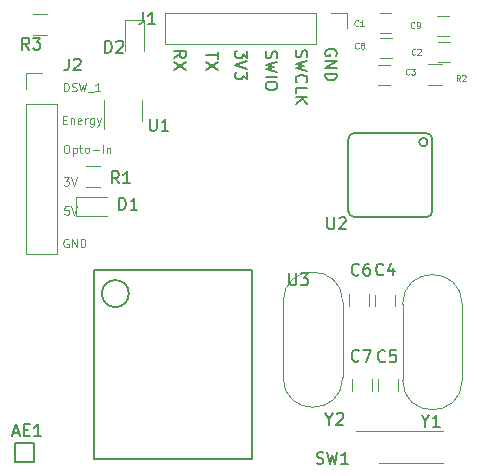
<source format=gto>
G04 #@! TF.GenerationSoftware,KiCad,Pcbnew,5.1.7-a382d34a8~88~ubuntu18.04.1*
G04 #@! TF.CreationDate,2021-09-05T00:01:39+05:30*
G04 #@! TF.ProjectId,FrontEnd_HeavyDevice_v2,46726f6e-7445-46e6-945f-486561767944,rev?*
G04 #@! TF.SameCoordinates,Original*
G04 #@! TF.FileFunction,Legend,Top*
G04 #@! TF.FilePolarity,Positive*
%FSLAX46Y46*%
G04 Gerber Fmt 4.6, Leading zero omitted, Abs format (unit mm)*
G04 Created by KiCad (PCBNEW 5.1.7-a382d34a8~88~ubuntu18.04.1) date 2021-09-05 00:01:39*
%MOMM*%
%LPD*%
G01*
G04 APERTURE LIST*
%ADD10C,0.100000*%
%ADD11C,0.150000*%
%ADD12C,0.120000*%
%ADD13C,0.050000*%
G04 APERTURE END LIST*
D10*
X100957446Y-99698060D02*
X100890780Y-99664726D01*
X100790780Y-99664726D01*
X100690780Y-99698060D01*
X100624113Y-99764726D01*
X100590780Y-99831393D01*
X100557446Y-99964726D01*
X100557446Y-100064726D01*
X100590780Y-100198060D01*
X100624113Y-100264726D01*
X100690780Y-100331393D01*
X100790780Y-100364726D01*
X100857446Y-100364726D01*
X100957446Y-100331393D01*
X100990780Y-100298060D01*
X100990780Y-100064726D01*
X100857446Y-100064726D01*
X101290780Y-100364726D02*
X101290780Y-99664726D01*
X101690780Y-100364726D01*
X101690780Y-99664726D01*
X102024113Y-100364726D02*
X102024113Y-99664726D01*
X102190780Y-99664726D01*
X102290780Y-99698060D01*
X102357446Y-99764726D01*
X102390780Y-99831393D01*
X102424113Y-99964726D01*
X102424113Y-100064726D01*
X102390780Y-100198060D01*
X102357446Y-100264726D01*
X102290780Y-100331393D01*
X102190780Y-100364726D01*
X102024113Y-100364726D01*
X100573906Y-94437406D02*
X101007240Y-94437406D01*
X100773906Y-94704073D01*
X100873906Y-94704073D01*
X100940573Y-94737406D01*
X100973906Y-94770740D01*
X101007240Y-94837406D01*
X101007240Y-95004073D01*
X100973906Y-95070740D01*
X100940573Y-95104073D01*
X100873906Y-95137406D01*
X100673906Y-95137406D01*
X100607240Y-95104073D01*
X100573906Y-95070740D01*
X101207240Y-94437406D02*
X101440573Y-95137406D01*
X101673906Y-94437406D01*
X101006926Y-96893586D02*
X100673593Y-96893586D01*
X100640260Y-97226920D01*
X100673593Y-97193586D01*
X100740260Y-97160253D01*
X100906926Y-97160253D01*
X100973593Y-97193586D01*
X101006926Y-97226920D01*
X101040260Y-97293586D01*
X101040260Y-97460253D01*
X101006926Y-97526920D01*
X100973593Y-97560253D01*
X100906926Y-97593586D01*
X100740260Y-97593586D01*
X100673593Y-97560253D01*
X100640260Y-97526920D01*
X101240260Y-96893586D02*
X101473593Y-97593586D01*
X101706926Y-96893586D01*
X100768853Y-91691666D02*
X100902186Y-91691666D01*
X100968853Y-91725000D01*
X101035520Y-91791666D01*
X101068853Y-91925000D01*
X101068853Y-92158333D01*
X101035520Y-92291666D01*
X100968853Y-92358333D01*
X100902186Y-92391666D01*
X100768853Y-92391666D01*
X100702186Y-92358333D01*
X100635520Y-92291666D01*
X100602186Y-92158333D01*
X100602186Y-91925000D01*
X100635520Y-91791666D01*
X100702186Y-91725000D01*
X100768853Y-91691666D01*
X101368853Y-91925000D02*
X101368853Y-92625000D01*
X101368853Y-91958333D02*
X101435520Y-91925000D01*
X101568853Y-91925000D01*
X101635520Y-91958333D01*
X101668853Y-91991666D01*
X101702186Y-92058333D01*
X101702186Y-92258333D01*
X101668853Y-92325000D01*
X101635520Y-92358333D01*
X101568853Y-92391666D01*
X101435520Y-92391666D01*
X101368853Y-92358333D01*
X101902186Y-91925000D02*
X102168853Y-91925000D01*
X102002186Y-91691666D02*
X102002186Y-92291666D01*
X102035520Y-92358333D01*
X102102186Y-92391666D01*
X102168853Y-92391666D01*
X102502186Y-92391666D02*
X102435520Y-92358333D01*
X102402186Y-92325000D01*
X102368853Y-92258333D01*
X102368853Y-92058333D01*
X102402186Y-91991666D01*
X102435520Y-91958333D01*
X102502186Y-91925000D01*
X102602186Y-91925000D01*
X102668853Y-91958333D01*
X102702186Y-91991666D01*
X102735520Y-92058333D01*
X102735520Y-92258333D01*
X102702186Y-92325000D01*
X102668853Y-92358333D01*
X102602186Y-92391666D01*
X102502186Y-92391666D01*
X103035520Y-92125000D02*
X103568853Y-92125000D01*
X103902186Y-92391666D02*
X103902186Y-91691666D01*
X104235520Y-91925000D02*
X104235520Y-92391666D01*
X104235520Y-91991666D02*
X104268853Y-91958333D01*
X104335520Y-91925000D01*
X104435520Y-91925000D01*
X104502186Y-91958333D01*
X104535520Y-92025000D01*
X104535520Y-92391666D01*
X100531173Y-89545960D02*
X100764506Y-89545960D01*
X100864506Y-89912626D02*
X100531173Y-89912626D01*
X100531173Y-89212626D01*
X100864506Y-89212626D01*
X101164506Y-89445960D02*
X101164506Y-89912626D01*
X101164506Y-89512626D02*
X101197840Y-89479293D01*
X101264506Y-89445960D01*
X101364506Y-89445960D01*
X101431173Y-89479293D01*
X101464506Y-89545960D01*
X101464506Y-89912626D01*
X102064506Y-89879293D02*
X101997840Y-89912626D01*
X101864506Y-89912626D01*
X101797840Y-89879293D01*
X101764506Y-89812626D01*
X101764506Y-89545960D01*
X101797840Y-89479293D01*
X101864506Y-89445960D01*
X101997840Y-89445960D01*
X102064506Y-89479293D01*
X102097840Y-89545960D01*
X102097840Y-89612626D01*
X101764506Y-89679293D01*
X102397840Y-89912626D02*
X102397840Y-89445960D01*
X102397840Y-89579293D02*
X102431173Y-89512626D01*
X102464506Y-89479293D01*
X102531173Y-89445960D01*
X102597840Y-89445960D01*
X103131173Y-89445960D02*
X103131173Y-90012626D01*
X103097840Y-90079293D01*
X103064506Y-90112626D01*
X102997840Y-90145960D01*
X102897840Y-90145960D01*
X102831173Y-90112626D01*
X103131173Y-89879293D02*
X103064506Y-89912626D01*
X102931173Y-89912626D01*
X102864506Y-89879293D01*
X102831173Y-89845960D01*
X102797840Y-89779293D01*
X102797840Y-89579293D01*
X102831173Y-89512626D01*
X102864506Y-89479293D01*
X102931173Y-89445960D01*
X103064506Y-89445960D01*
X103131173Y-89479293D01*
X103397840Y-89445960D02*
X103564506Y-89912626D01*
X103731173Y-89445960D02*
X103564506Y-89912626D01*
X103497840Y-90079293D01*
X103464506Y-90112626D01*
X103397840Y-90145960D01*
X100606573Y-87141486D02*
X100606573Y-86441486D01*
X100773240Y-86441486D01*
X100873240Y-86474820D01*
X100939906Y-86541486D01*
X100973240Y-86608153D01*
X101006573Y-86741486D01*
X101006573Y-86841486D01*
X100973240Y-86974820D01*
X100939906Y-87041486D01*
X100873240Y-87108153D01*
X100773240Y-87141486D01*
X100606573Y-87141486D01*
X101273240Y-87108153D02*
X101373240Y-87141486D01*
X101539906Y-87141486D01*
X101606573Y-87108153D01*
X101639906Y-87074820D01*
X101673240Y-87008153D01*
X101673240Y-86941486D01*
X101639906Y-86874820D01*
X101606573Y-86841486D01*
X101539906Y-86808153D01*
X101406573Y-86774820D01*
X101339906Y-86741486D01*
X101306573Y-86708153D01*
X101273240Y-86641486D01*
X101273240Y-86574820D01*
X101306573Y-86508153D01*
X101339906Y-86474820D01*
X101406573Y-86441486D01*
X101573240Y-86441486D01*
X101673240Y-86474820D01*
X101906573Y-86441486D02*
X102073240Y-87141486D01*
X102206573Y-86641486D01*
X102339906Y-87141486D01*
X102506573Y-86441486D01*
X102606573Y-87208153D02*
X103139906Y-87208153D01*
X103673240Y-87141486D02*
X103273240Y-87141486D01*
X103473240Y-87141486D02*
X103473240Y-86441486D01*
X103406573Y-86541486D01*
X103339906Y-86608153D01*
X103273240Y-86641486D01*
D11*
X109918239Y-84311193D02*
X110394429Y-83977860D01*
X109918239Y-83739764D02*
X110918239Y-83739764D01*
X110918239Y-84120717D01*
X110870620Y-84215955D01*
X110823000Y-84263574D01*
X110727762Y-84311193D01*
X110584905Y-84311193D01*
X110489667Y-84263574D01*
X110442048Y-84215955D01*
X110394429Y-84120717D01*
X110394429Y-83739764D01*
X110918239Y-84644526D02*
X109918239Y-85311193D01*
X110918239Y-85311193D02*
X109918239Y-84644526D01*
X113641119Y-83832795D02*
X113641119Y-84404223D01*
X112641119Y-84118509D02*
X113641119Y-84118509D01*
X113641119Y-84642319D02*
X112641119Y-85308985D01*
X113641119Y-85308985D02*
X112641119Y-84642319D01*
X116120159Y-83719824D02*
X116120159Y-84338872D01*
X115739206Y-84005539D01*
X115739206Y-84148396D01*
X115691587Y-84243634D01*
X115643968Y-84291253D01*
X115548730Y-84338872D01*
X115310635Y-84338872D01*
X115215397Y-84291253D01*
X115167778Y-84243634D01*
X115120159Y-84148396D01*
X115120159Y-83862681D01*
X115167778Y-83767443D01*
X115215397Y-83719824D01*
X116120159Y-84624586D02*
X115120159Y-84957920D01*
X116120159Y-85291253D01*
X116120159Y-85529348D02*
X116120159Y-86148396D01*
X115739206Y-85815062D01*
X115739206Y-85957920D01*
X115691587Y-86053158D01*
X115643968Y-86100777D01*
X115548730Y-86148396D01*
X115310635Y-86148396D01*
X115215397Y-86100777D01*
X115167778Y-86053158D01*
X115120159Y-85957920D01*
X115120159Y-85672205D01*
X115167778Y-85576967D01*
X115215397Y-85529348D01*
X120263018Y-83689155D02*
X120215399Y-83832012D01*
X120215399Y-84070107D01*
X120263018Y-84165345D01*
X120310637Y-84212964D01*
X120405875Y-84260583D01*
X120501113Y-84260583D01*
X120596351Y-84212964D01*
X120643970Y-84165345D01*
X120691589Y-84070107D01*
X120739208Y-83879631D01*
X120786827Y-83784393D01*
X120834446Y-83736774D01*
X120929684Y-83689155D01*
X121024922Y-83689155D01*
X121120160Y-83736774D01*
X121167780Y-83784393D01*
X121215399Y-83879631D01*
X121215399Y-84117726D01*
X121167780Y-84260583D01*
X121215399Y-84593917D02*
X120215399Y-84832012D01*
X120929684Y-85022488D01*
X120215399Y-85212964D01*
X121215399Y-85451060D01*
X120310637Y-86403440D02*
X120263018Y-86355821D01*
X120215399Y-86212964D01*
X120215399Y-86117726D01*
X120263018Y-85974869D01*
X120358256Y-85879631D01*
X120453494Y-85832012D01*
X120643970Y-85784393D01*
X120786827Y-85784393D01*
X120977303Y-85832012D01*
X121072541Y-85879631D01*
X121167780Y-85974869D01*
X121215399Y-86117726D01*
X121215399Y-86212964D01*
X121167780Y-86355821D01*
X121120160Y-86403440D01*
X120215399Y-87308202D02*
X120215399Y-86832012D01*
X121215399Y-86832012D01*
X120215399Y-87641536D02*
X121215399Y-87641536D01*
X120215399Y-88212964D02*
X120786827Y-87784393D01*
X121215399Y-88212964D02*
X120643970Y-87641536D01*
X117720478Y-83778292D02*
X117672859Y-83921149D01*
X117672859Y-84159244D01*
X117720478Y-84254482D01*
X117768097Y-84302101D01*
X117863335Y-84349720D01*
X117958573Y-84349720D01*
X118053811Y-84302101D01*
X118101430Y-84254482D01*
X118149049Y-84159244D01*
X118196668Y-83968768D01*
X118244287Y-83873530D01*
X118291906Y-83825911D01*
X118387144Y-83778292D01*
X118482382Y-83778292D01*
X118577620Y-83825911D01*
X118625240Y-83873530D01*
X118672859Y-83968768D01*
X118672859Y-84206863D01*
X118625240Y-84349720D01*
X118672859Y-84683054D02*
X117672859Y-84921149D01*
X118387144Y-85111625D01*
X117672859Y-85302101D01*
X118672859Y-85540197D01*
X117672859Y-85921149D02*
X118672859Y-85921149D01*
X118672859Y-86587816D02*
X118672859Y-86778292D01*
X118625240Y-86873530D01*
X118530001Y-86968768D01*
X118339525Y-87016387D01*
X118006192Y-87016387D01*
X117815716Y-86968768D01*
X117720478Y-86873530D01*
X117672859Y-86778292D01*
X117672859Y-86587816D01*
X117720478Y-86492578D01*
X117815716Y-86397340D01*
X118006192Y-86349720D01*
X118339525Y-86349720D01*
X118530001Y-86397340D01*
X118625240Y-86492578D01*
X118672859Y-86587816D01*
X123656980Y-84124895D02*
X123704599Y-84029657D01*
X123704599Y-83886800D01*
X123656980Y-83743942D01*
X123561741Y-83648704D01*
X123466503Y-83601085D01*
X123276027Y-83553466D01*
X123133170Y-83553466D01*
X122942694Y-83601085D01*
X122847456Y-83648704D01*
X122752218Y-83743942D01*
X122704599Y-83886800D01*
X122704599Y-83982038D01*
X122752218Y-84124895D01*
X122799837Y-84172514D01*
X123133170Y-84172514D01*
X123133170Y-83982038D01*
X122704599Y-84601085D02*
X123704599Y-84601085D01*
X122704599Y-85172514D01*
X123704599Y-85172514D01*
X122704599Y-85648704D02*
X123704599Y-85648704D01*
X123704599Y-85886800D01*
X123656980Y-86029657D01*
X123561741Y-86124895D01*
X123466503Y-86172514D01*
X123276027Y-86220133D01*
X123133170Y-86220133D01*
X122942694Y-86172514D01*
X122847456Y-86124895D01*
X122752218Y-86029657D01*
X122704599Y-85886800D01*
X122704599Y-85648704D01*
D12*
X97380000Y-100950000D02*
X100040000Y-100950000D01*
X97380000Y-88190000D02*
X97380000Y-100950000D01*
X100040000Y-88190000D02*
X100040000Y-100950000D01*
X97380000Y-88190000D02*
X100040000Y-88190000D01*
X97380000Y-86920000D02*
X97380000Y-85590000D01*
X97380000Y-85590000D02*
X98710000Y-85590000D01*
X124553000Y-80503700D02*
X124553000Y-81833700D01*
X123223000Y-80503700D02*
X124553000Y-80503700D01*
X121953000Y-80503700D02*
X121953000Y-83163700D01*
X121953000Y-83163700D02*
X109193000Y-83163700D01*
X121953000Y-80503700D02*
X109193000Y-80503700D01*
X109193000Y-80503700D02*
X109193000Y-83163700D01*
D11*
X131393210Y-91450200D02*
G75*
G03*
X131393210Y-91450200I-359210J0D01*
G01*
X131796000Y-97292200D02*
X131796000Y-91196200D01*
X125192000Y-97800200D02*
X131288000Y-97800200D01*
X124684000Y-91196200D02*
X124684000Y-97292200D01*
X131288000Y-90688200D02*
X125192000Y-90688200D01*
X124684000Y-97292200D02*
G75*
G03*
X125192000Y-97800200I508000J0D01*
G01*
X125192000Y-90688200D02*
G75*
G03*
X124684000Y-91196200I0J-508000D01*
G01*
X131288000Y-97800200D02*
G75*
G03*
X131796000Y-97292200I0J508000D01*
G01*
X131796000Y-91196200D02*
G75*
G03*
X131288000Y-90688200I-508000J0D01*
G01*
X96487100Y-118504000D02*
X96487100Y-116904000D01*
X98087100Y-118504000D02*
X96487100Y-118504000D01*
X98087100Y-116904000D02*
X98087100Y-118504000D01*
X96487100Y-116904000D02*
X98087100Y-116904000D01*
D12*
X127331000Y-82250000D02*
X128331000Y-82250000D01*
X128331000Y-80550000D02*
X127331000Y-80550000D01*
X132268000Y-84650000D02*
X133268000Y-84650000D01*
X133268000Y-82950000D02*
X132268000Y-82950000D01*
X128198000Y-84882600D02*
X127198000Y-84882600D01*
X127198000Y-86582600D02*
X128198000Y-86582600D01*
X126925000Y-104359000D02*
X126925000Y-105359000D01*
X128625000Y-105359000D02*
X128625000Y-104359000D01*
X128924000Y-112491000D02*
X128924000Y-111491000D01*
X127224000Y-111491000D02*
X127224000Y-112491000D01*
X124715000Y-104316000D02*
X124715000Y-105316000D01*
X126415000Y-105316000D02*
X126415000Y-104316000D01*
X124982000Y-111491000D02*
X124982000Y-112491000D01*
X126682000Y-112491000D02*
X126682000Y-111491000D01*
X128400000Y-82650000D02*
X127400000Y-82650000D01*
X127400000Y-84350000D02*
X128400000Y-84350000D01*
X133164000Y-80750000D02*
X132164000Y-80750000D01*
X132164000Y-82450000D02*
X133164000Y-82450000D01*
X101659000Y-96075600D02*
X104259000Y-96075600D01*
X101659000Y-97675600D02*
X104259000Y-97675600D01*
X101659000Y-96075600D02*
X101659000Y-97675600D01*
X107400000Y-81127800D02*
X105800000Y-81127800D01*
X105800000Y-81127800D02*
X105800000Y-83727800D01*
X107400000Y-81127800D02*
X107400000Y-83727800D01*
X103683000Y-95238500D02*
X102483000Y-95238500D01*
X102483000Y-93478500D02*
X103683000Y-93478500D01*
X131439000Y-84857700D02*
X132639000Y-84857700D01*
X132639000Y-86617700D02*
X131439000Y-86617700D01*
X97980000Y-80620000D02*
X99180000Y-80620000D01*
X99180000Y-82380000D02*
X97980000Y-82380000D01*
X125344000Y-115952000D02*
X132654000Y-115952000D01*
X127254000Y-118612000D02*
X132654000Y-118612000D01*
X107213000Y-89652700D02*
X107213000Y-87852700D01*
X103993000Y-87852700D02*
X103993000Y-90302700D01*
D11*
X116555000Y-118269000D02*
X103155000Y-118279000D01*
X116555000Y-102279000D02*
X116555000Y-118269000D01*
X103155000Y-102279000D02*
X116555000Y-102279000D01*
X103155000Y-118279000D02*
X103155000Y-102279000D01*
X106095175Y-104279000D02*
G75*
G03*
X106095175Y-104279000I-1140175J0D01*
G01*
D12*
X129271000Y-105191000D02*
X129271000Y-111591000D01*
X134321000Y-105191000D02*
X134321000Y-111591000D01*
X129271000Y-105191000D02*
G75*
G02*
X134321000Y-105191000I2525000J0D01*
G01*
X129271000Y-111591000D02*
G75*
G03*
X134321000Y-111591000I2525000J0D01*
G01*
X124201000Y-104978000D02*
X124201000Y-111378000D01*
X119151000Y-104978000D02*
X119151000Y-111378000D01*
X119151000Y-111378000D02*
G75*
G03*
X124201000Y-111378000I2525000J0D01*
G01*
X119151000Y-104978000D02*
G75*
G02*
X124201000Y-104978000I2525000J0D01*
G01*
D11*
X101012666Y-84384900D02*
X101012666Y-85099186D01*
X100965047Y-85242043D01*
X100869809Y-85337281D01*
X100726952Y-85384900D01*
X100631714Y-85384900D01*
X101441238Y-84480139D02*
X101488857Y-84432520D01*
X101584095Y-84384900D01*
X101822190Y-84384900D01*
X101917428Y-84432520D01*
X101965047Y-84480139D01*
X102012666Y-84575377D01*
X102012666Y-84670615D01*
X101965047Y-84813472D01*
X101393619Y-85384900D01*
X102012666Y-85384900D01*
X107309306Y-80455500D02*
X107309306Y-81169786D01*
X107261687Y-81312643D01*
X107166449Y-81407881D01*
X107023592Y-81455500D01*
X106928354Y-81455500D01*
X108309306Y-81455500D02*
X107737878Y-81455500D01*
X108023592Y-81455500D02*
X108023592Y-80455500D01*
X107928354Y-80598358D01*
X107833116Y-80693596D01*
X107737878Y-80741215D01*
X122906115Y-97819000D02*
X122906115Y-98628524D01*
X122953734Y-98723762D01*
X123001353Y-98771381D01*
X123096591Y-98819000D01*
X123287067Y-98819000D01*
X123382305Y-98771381D01*
X123429924Y-98723762D01*
X123477543Y-98628524D01*
X123477543Y-97819000D01*
X123906115Y-97914239D02*
X123953734Y-97866620D01*
X124048972Y-97819000D01*
X124287067Y-97819000D01*
X124382305Y-97866620D01*
X124429924Y-97914239D01*
X124477543Y-98009477D01*
X124477543Y-98104715D01*
X124429924Y-98247572D01*
X123858496Y-98819000D01*
X124477543Y-98819000D01*
X96321093Y-116046946D02*
X96797283Y-116046946D01*
X96225855Y-116332660D02*
X96559188Y-115332660D01*
X96892521Y-116332660D01*
X97225855Y-115808851D02*
X97559188Y-115808851D01*
X97702045Y-116332660D02*
X97225855Y-116332660D01*
X97225855Y-115332660D01*
X97702045Y-115332660D01*
X98654426Y-116332660D02*
X98082998Y-116332660D01*
X98368712Y-116332660D02*
X98368712Y-115332660D01*
X98273474Y-115475518D01*
X98178236Y-115570756D01*
X98082998Y-115618375D01*
D13*
X125511966Y-81583691D02*
X125488157Y-81607500D01*
X125416728Y-81631310D01*
X125369109Y-81631310D01*
X125297680Y-81607500D01*
X125250061Y-81559881D01*
X125226252Y-81512262D01*
X125202442Y-81417024D01*
X125202442Y-81345596D01*
X125226252Y-81250358D01*
X125250061Y-81202739D01*
X125297680Y-81155120D01*
X125369109Y-81131310D01*
X125416728Y-81131310D01*
X125488157Y-81155120D01*
X125511966Y-81178929D01*
X125988157Y-81631310D02*
X125702442Y-81631310D01*
X125845300Y-81631310D02*
X125845300Y-81131310D01*
X125797680Y-81202739D01*
X125750061Y-81250358D01*
X125702442Y-81274167D01*
X130340246Y-83996351D02*
X130316437Y-84020160D01*
X130245008Y-84043970D01*
X130197389Y-84043970D01*
X130125960Y-84020160D01*
X130078341Y-83972541D01*
X130054532Y-83924922D01*
X130030722Y-83829684D01*
X130030722Y-83758256D01*
X130054532Y-83663018D01*
X130078341Y-83615399D01*
X130125960Y-83567780D01*
X130197389Y-83543970D01*
X130245008Y-83543970D01*
X130316437Y-83567780D01*
X130340246Y-83591589D01*
X130530722Y-83591589D02*
X130554532Y-83567780D01*
X130602151Y-83543970D01*
X130721199Y-83543970D01*
X130768818Y-83567780D01*
X130792627Y-83591589D01*
X130816437Y-83639208D01*
X130816437Y-83686827D01*
X130792627Y-83758256D01*
X130506913Y-84043970D01*
X130816437Y-84043970D01*
X129839706Y-85697811D02*
X129815897Y-85721620D01*
X129744468Y-85745430D01*
X129696849Y-85745430D01*
X129625420Y-85721620D01*
X129577801Y-85674001D01*
X129553992Y-85626382D01*
X129530182Y-85531144D01*
X129530182Y-85459716D01*
X129553992Y-85364478D01*
X129577801Y-85316859D01*
X129625420Y-85269240D01*
X129696849Y-85245430D01*
X129744468Y-85245430D01*
X129815897Y-85269240D01*
X129839706Y-85293049D01*
X130006373Y-85245430D02*
X130315897Y-85245430D01*
X130149230Y-85435906D01*
X130220659Y-85435906D01*
X130268278Y-85459716D01*
X130292087Y-85483525D01*
X130315897Y-85531144D01*
X130315897Y-85650192D01*
X130292087Y-85697811D01*
X130268278Y-85721620D01*
X130220659Y-85745430D01*
X130077801Y-85745430D01*
X130030182Y-85721620D01*
X130006373Y-85697811D01*
D11*
X127643893Y-102643122D02*
X127596274Y-102690741D01*
X127453417Y-102738360D01*
X127358179Y-102738360D01*
X127215321Y-102690741D01*
X127120083Y-102595503D01*
X127072464Y-102500265D01*
X127024845Y-102309789D01*
X127024845Y-102166932D01*
X127072464Y-101976456D01*
X127120083Y-101881218D01*
X127215321Y-101785980D01*
X127358179Y-101738360D01*
X127453417Y-101738360D01*
X127596274Y-101785980D01*
X127643893Y-101833599D01*
X128501036Y-102071694D02*
X128501036Y-102738360D01*
X128262940Y-101690741D02*
X128024845Y-102405027D01*
X128643893Y-102405027D01*
X127793033Y-109985942D02*
X127745414Y-110033561D01*
X127602557Y-110081180D01*
X127507319Y-110081180D01*
X127364461Y-110033561D01*
X127269223Y-109938323D01*
X127221604Y-109843085D01*
X127173985Y-109652609D01*
X127173985Y-109509752D01*
X127221604Y-109319276D01*
X127269223Y-109224038D01*
X127364461Y-109128800D01*
X127507319Y-109081180D01*
X127602557Y-109081180D01*
X127745414Y-109128800D01*
X127793033Y-109176419D01*
X128697795Y-109081180D02*
X128221604Y-109081180D01*
X128173985Y-109557371D01*
X128221604Y-109509752D01*
X128316842Y-109462133D01*
X128554938Y-109462133D01*
X128650176Y-109509752D01*
X128697795Y-109557371D01*
X128745414Y-109652609D01*
X128745414Y-109890704D01*
X128697795Y-109985942D01*
X128650176Y-110033561D01*
X128554938Y-110081180D01*
X128316842Y-110081180D01*
X128221604Y-110033561D01*
X128173985Y-109985942D01*
X125576133Y-102661082D02*
X125528514Y-102708701D01*
X125385657Y-102756320D01*
X125290419Y-102756320D01*
X125147561Y-102708701D01*
X125052323Y-102613463D01*
X125004704Y-102518225D01*
X124957085Y-102327749D01*
X124957085Y-102184892D01*
X125004704Y-101994416D01*
X125052323Y-101899178D01*
X125147561Y-101803940D01*
X125290419Y-101756320D01*
X125385657Y-101756320D01*
X125528514Y-101803940D01*
X125576133Y-101851559D01*
X126433276Y-101756320D02*
X126242800Y-101756320D01*
X126147561Y-101803940D01*
X126099942Y-101851559D01*
X126004704Y-101994416D01*
X125957085Y-102184892D01*
X125957085Y-102565844D01*
X126004704Y-102661082D01*
X126052323Y-102708701D01*
X126147561Y-102756320D01*
X126338038Y-102756320D01*
X126433276Y-102708701D01*
X126480895Y-102661082D01*
X126528514Y-102565844D01*
X126528514Y-102327749D01*
X126480895Y-102232511D01*
X126433276Y-102184892D01*
X126338038Y-102137273D01*
X126147561Y-102137273D01*
X126052323Y-102184892D01*
X126004704Y-102232511D01*
X125957085Y-102327749D01*
X125571133Y-109932522D02*
X125523514Y-109980141D01*
X125380657Y-110027760D01*
X125285419Y-110027760D01*
X125142561Y-109980141D01*
X125047323Y-109884903D01*
X124999704Y-109789665D01*
X124952085Y-109599189D01*
X124952085Y-109456332D01*
X124999704Y-109265856D01*
X125047323Y-109170618D01*
X125142561Y-109075380D01*
X125285419Y-109027760D01*
X125380657Y-109027760D01*
X125523514Y-109075380D01*
X125571133Y-109122999D01*
X125904466Y-109027760D02*
X126571133Y-109027760D01*
X126142561Y-110027760D01*
D13*
X125545906Y-83493151D02*
X125522097Y-83516960D01*
X125450668Y-83540770D01*
X125403049Y-83540770D01*
X125331620Y-83516960D01*
X125284001Y-83469341D01*
X125260192Y-83421722D01*
X125236382Y-83326484D01*
X125236382Y-83255056D01*
X125260192Y-83159818D01*
X125284001Y-83112199D01*
X125331620Y-83064580D01*
X125403049Y-83040770D01*
X125450668Y-83040770D01*
X125522097Y-83064580D01*
X125545906Y-83088389D01*
X125831620Y-83255056D02*
X125784001Y-83231246D01*
X125760192Y-83207437D01*
X125736382Y-83159818D01*
X125736382Y-83136008D01*
X125760192Y-83088389D01*
X125784001Y-83064580D01*
X125831620Y-83040770D01*
X125926859Y-83040770D01*
X125974478Y-83064580D01*
X125998287Y-83088389D01*
X126022097Y-83136008D01*
X126022097Y-83159818D01*
X125998287Y-83207437D01*
X125974478Y-83231246D01*
X125926859Y-83255056D01*
X125831620Y-83255056D01*
X125784001Y-83278865D01*
X125760192Y-83302675D01*
X125736382Y-83350294D01*
X125736382Y-83445532D01*
X125760192Y-83493151D01*
X125784001Y-83516960D01*
X125831620Y-83540770D01*
X125926859Y-83540770D01*
X125974478Y-83516960D01*
X125998287Y-83493151D01*
X126022097Y-83445532D01*
X126022097Y-83350294D01*
X125998287Y-83302675D01*
X125974478Y-83278865D01*
X125926859Y-83255056D01*
X130269266Y-81753171D02*
X130245457Y-81776980D01*
X130174028Y-81800790D01*
X130126409Y-81800790D01*
X130054980Y-81776980D01*
X130007361Y-81729361D01*
X129983552Y-81681742D01*
X129959742Y-81586504D01*
X129959742Y-81515076D01*
X129983552Y-81419838D01*
X130007361Y-81372219D01*
X130054980Y-81324600D01*
X130126409Y-81300790D01*
X130174028Y-81300790D01*
X130245457Y-81324600D01*
X130269266Y-81348409D01*
X130507361Y-81800790D02*
X130602600Y-81800790D01*
X130650219Y-81776980D01*
X130674028Y-81753171D01*
X130721647Y-81681742D01*
X130745457Y-81586504D01*
X130745457Y-81396028D01*
X130721647Y-81348409D01*
X130697838Y-81324600D01*
X130650219Y-81300790D01*
X130554980Y-81300790D01*
X130507361Y-81324600D01*
X130483552Y-81348409D01*
X130459742Y-81396028D01*
X130459742Y-81515076D01*
X130483552Y-81562695D01*
X130507361Y-81586504D01*
X130554980Y-81610314D01*
X130650219Y-81610314D01*
X130697838Y-81586504D01*
X130721647Y-81562695D01*
X130745457Y-81515076D01*
D11*
X105286964Y-97178120D02*
X105286964Y-96178120D01*
X105525060Y-96178120D01*
X105667917Y-96225740D01*
X105763155Y-96320978D01*
X105810774Y-96416216D01*
X105858393Y-96606692D01*
X105858393Y-96749549D01*
X105810774Y-96940025D01*
X105763155Y-97035263D01*
X105667917Y-97130501D01*
X105525060Y-97178120D01*
X105286964Y-97178120D01*
X106810774Y-97178120D02*
X106239345Y-97178120D01*
X106525060Y-97178120D02*
X106525060Y-96178120D01*
X106429821Y-96320978D01*
X106334583Y-96416216D01*
X106239345Y-96463835D01*
X104097864Y-83886300D02*
X104097864Y-82886300D01*
X104335960Y-82886300D01*
X104478817Y-82933920D01*
X104574055Y-83029158D01*
X104621674Y-83124396D01*
X104669293Y-83314872D01*
X104669293Y-83457729D01*
X104621674Y-83648205D01*
X104574055Y-83743443D01*
X104478817Y-83838681D01*
X104335960Y-83886300D01*
X104097864Y-83886300D01*
X105050245Y-82981539D02*
X105097864Y-82933920D01*
X105193102Y-82886300D01*
X105431198Y-82886300D01*
X105526436Y-82933920D01*
X105574055Y-82981539D01*
X105621674Y-83076777D01*
X105621674Y-83172015D01*
X105574055Y-83314872D01*
X105002626Y-83886300D01*
X105621674Y-83886300D01*
X105253093Y-94940000D02*
X104919760Y-94463810D01*
X104681664Y-94940000D02*
X104681664Y-93940000D01*
X105062617Y-93940000D01*
X105157855Y-93987620D01*
X105205474Y-94035239D01*
X105253093Y-94130477D01*
X105253093Y-94273334D01*
X105205474Y-94368572D01*
X105157855Y-94416191D01*
X105062617Y-94463810D01*
X104681664Y-94463810D01*
X106205474Y-94940000D02*
X105634045Y-94940000D01*
X105919760Y-94940000D02*
X105919760Y-93940000D01*
X105824521Y-94082858D01*
X105729283Y-94178096D01*
X105634045Y-94225715D01*
D13*
X134124826Y-86276310D02*
X133958160Y-86038215D01*
X133839112Y-86276310D02*
X133839112Y-85776310D01*
X134029588Y-85776310D01*
X134077207Y-85800120D01*
X134101017Y-85823929D01*
X134124826Y-85871548D01*
X134124826Y-85942977D01*
X134101017Y-85990596D01*
X134077207Y-86014405D01*
X134029588Y-86038215D01*
X133839112Y-86038215D01*
X134315302Y-85823929D02*
X134339112Y-85800120D01*
X134386731Y-85776310D01*
X134505779Y-85776310D01*
X134553398Y-85800120D01*
X134577207Y-85823929D01*
X134601017Y-85871548D01*
X134601017Y-85919167D01*
X134577207Y-85990596D01*
X134291493Y-86276310D01*
X134601017Y-86276310D01*
D11*
X97664033Y-83621160D02*
X97330700Y-83144970D01*
X97092604Y-83621160D02*
X97092604Y-82621160D01*
X97473557Y-82621160D01*
X97568795Y-82668780D01*
X97616414Y-82716399D01*
X97664033Y-82811637D01*
X97664033Y-82954494D01*
X97616414Y-83049732D01*
X97568795Y-83097351D01*
X97473557Y-83144970D01*
X97092604Y-83144970D01*
X97997366Y-82621160D02*
X98616414Y-82621160D01*
X98283080Y-83002113D01*
X98425938Y-83002113D01*
X98521176Y-83049732D01*
X98568795Y-83097351D01*
X98616414Y-83192589D01*
X98616414Y-83430684D01*
X98568795Y-83525922D01*
X98521176Y-83573541D01*
X98425938Y-83621160D01*
X98140223Y-83621160D01*
X98044985Y-83573541D01*
X97997366Y-83525922D01*
X122001426Y-118639261D02*
X122144283Y-118686880D01*
X122382379Y-118686880D01*
X122477617Y-118639261D01*
X122525236Y-118591642D01*
X122572855Y-118496404D01*
X122572855Y-118401166D01*
X122525236Y-118305928D01*
X122477617Y-118258309D01*
X122382379Y-118210690D01*
X122191902Y-118163071D01*
X122096664Y-118115452D01*
X122049045Y-118067833D01*
X122001426Y-117972595D01*
X122001426Y-117877357D01*
X122049045Y-117782119D01*
X122096664Y-117734500D01*
X122191902Y-117686880D01*
X122429998Y-117686880D01*
X122572855Y-117734500D01*
X122906188Y-117686880D02*
X123144283Y-118686880D01*
X123334760Y-117972595D01*
X123525236Y-118686880D01*
X123763331Y-117686880D01*
X124668093Y-118686880D02*
X124096664Y-118686880D01*
X124382379Y-118686880D02*
X124382379Y-117686880D01*
X124287140Y-117829738D01*
X124191902Y-117924976D01*
X124096664Y-117972595D01*
X107876395Y-89485240D02*
X107876395Y-90294764D01*
X107924014Y-90390002D01*
X107971633Y-90437621D01*
X108066871Y-90485240D01*
X108257347Y-90485240D01*
X108352585Y-90437621D01*
X108400204Y-90390002D01*
X108447823Y-90294764D01*
X108447823Y-89485240D01*
X109447823Y-90485240D02*
X108876395Y-90485240D01*
X109162109Y-90485240D02*
X109162109Y-89485240D01*
X109066871Y-89628098D01*
X108971633Y-89723336D01*
X108876395Y-89770955D01*
X119697155Y-102576200D02*
X119697155Y-103385724D01*
X119744774Y-103480962D01*
X119792393Y-103528581D01*
X119887631Y-103576200D01*
X120078107Y-103576200D01*
X120173345Y-103528581D01*
X120220964Y-103480962D01*
X120268583Y-103385724D01*
X120268583Y-102576200D01*
X120649536Y-102576200D02*
X121268583Y-102576200D01*
X120935250Y-102957153D01*
X121078107Y-102957153D01*
X121173345Y-103004772D01*
X121220964Y-103052391D01*
X121268583Y-103147629D01*
X121268583Y-103385724D01*
X121220964Y-103480962D01*
X121173345Y-103528581D01*
X121078107Y-103576200D01*
X120792393Y-103576200D01*
X120697155Y-103528581D01*
X120649536Y-103480962D01*
X131213129Y-115078810D02*
X131213129Y-115555000D01*
X130879796Y-114555000D02*
X131213129Y-115078810D01*
X131546462Y-114555000D01*
X132403605Y-115555000D02*
X131832177Y-115555000D01*
X132117891Y-115555000D02*
X132117891Y-114555000D01*
X132022653Y-114697858D01*
X131927415Y-114793096D01*
X131832177Y-114840715D01*
X123069409Y-114906110D02*
X123069409Y-115382300D01*
X122736076Y-114382300D02*
X123069409Y-114906110D01*
X123402742Y-114382300D01*
X123688457Y-114477539D02*
X123736076Y-114429920D01*
X123831314Y-114382300D01*
X124069409Y-114382300D01*
X124164647Y-114429920D01*
X124212266Y-114477539D01*
X124259885Y-114572777D01*
X124259885Y-114668015D01*
X124212266Y-114810872D01*
X123640838Y-115382300D01*
X124259885Y-115382300D01*
M02*

</source>
